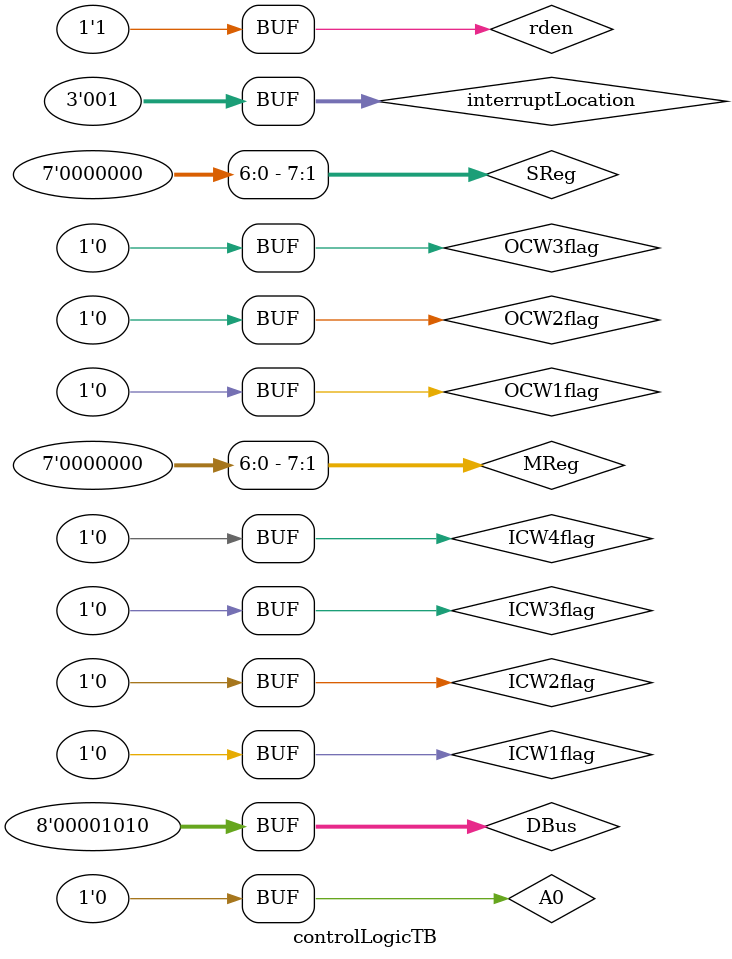
<source format=v>
module controlLogic (
input A0,
input rden,
input ICW1flag,
input ICW2flag,
input ICW3flag,
input ICW4flag,
input OCW1flag,
input OCW2flag,
input OCW3flag,
input [7:0] DBus,
output reg LTIM,
output reg SNGL,
output reg IC4,
output reg [7:0] SReg,
output reg SFNM,
output reg BUF,
output reg MS,
output reg AEOI,
output reg [7:0] MReg,
output reg R,
output reg SL,
output reg EOI,
output reg readIRR,
output reg readISR,
output reg readIMR
);


	reg P, RR, RIS;


	always @(ICW1flag, ICW2flag, ICW3flag, ICW4flag, OCW1flag, OCW2flag, OCW3flag) begin

		if(ICW1flag) begin
				LTIM <= DBus[3];
				SNGL <= DBus[1];
				IC4 <= DBus[0];
			end

			else if(ICW2flag) begin
				if (IC4 == 0) begin
					SFNM <= 1'b0;
					AEOI <= 1'b0;
				end
			end

			else if(ICW3flag)
				SReg <= DBus[7:0];

			else if(ICW4flag) begin
				SFNM <= DBus[4];
				BUF <= DBus[3];
				MS <= DBus[2];
				AEOI <= DBus[1];
			end

			else if(OCW1flag)
				MReg <= DBus[7:0];

			else if(OCW2flag) begin
				R <= DBus[7];
				SL <= DBus[6];
				EOI <= DBus[5];
			end

			else if(OCW3flag) begin
				P <= DBus[2];
				RR <= DBus[1];
				RIS <= DBus[0];
			end

	end

	always @(rden, A0) begin

		readIRR <= ((~P) && RR && (~RIS) && rden && (~A0));
		readISR <= ((~P) && RR && RIS && rden && (~A0));
		readIMR <= (A0 && rden);

	end


endmodule



module controlLogicTB ();


	reg ICW1flag, ICW2flag, ICW3flag, ICW4flag, OCW1flag, OCW2flag, OCW3flag;
	reg rden, A0;
	reg [7:0] DBus;
	reg [2:0] interruptLocation;

	wire LTIM, SNGL, IC4, SFNM, BUF, MS, AEOI, R, SL, EOI, readIRR, readISR, readIMR;
	wire [7:0] SReg;
	wire [7:0] MReg;


	initial begin


		// Testing ICW1
		A0 = 1'b0;
		rden = 1'b0;
		DBus = 8'b00011101;
		ICW1flag = 1'b1;
		#50; //0->50

		// Testing ICW2
		A0 = 1'b1;
		DBus = 8'b11001010;
		ICW1flag = 1'b0;
		ICW2flag = 1'b1;
		interruptLocation = 3'b101;
		#50; //50->100

		// Testing ICW3
		DBus = 8'b00011110;
		ICW2flag = 1'b0;
		ICW3flag = 1'b1;
		#50; //100->150

		// Testing ICW4
		DBus = 8'b00010010;
		ICW3flag = 1'b0;
		ICW4flag = 1'b1;
		#50; //150->200

		// Testing OCW1
		DBus = 8'b01101010;
		ICW4flag = 1'b0;
		OCW1flag = 1'b1;
		#50; //200->250

		// Testing OCW2
		A0 = 1'b0;
		DBus = 8'b11000100;
		OCW1flag = 1'b0;
		OCW2flag = 1'b1;
		#50; //250->300

		// Testing OCW3
		DBus = 8'b00001011;
		OCW2flag = 1'b0;
		OCW3flag = 1'b1;
		#50; //300->350

		// Reading ISR (P=0, RR=1, RIS=1)
		OCW3flag = 1'b0;
		rden = 1'b1;
		#50; //350->400

		// Writing another OCW3
		rden = 1'b0;
		DBus = 8'b00001010;
		OCW3flag = 1'b1;
		#50; //400->450

		// Reading IRR (P=0, RR=1, RIS=0)
		OCW3flag = 1'b0;
		rden = 1'b1;
		#50; //450->500

		// Reading IMR
		A0 = 1'b1;
		#50; //500->550

		// Stop Reading
		rden = 1'b0;
		#50; //550->600

		// Reading IRR again (Remembering the last OCW3)
		rden = 1'b1;
		A0 = 1'b0;
		#50; //600->650


	end

	controlLogic CLInstance (
	A0,
	rden,
	ICW1flag,
	ICW2flag,
	ICW3flag,
	ICW4flag,
	OCW1flag,
	OCW2flag,
	OCW3flag,
	DBus,
	interruptLocation,
	LTIM,
	SNGL,
	IC4,
	SReg,
	SFNM,
	BUF,
	MS,
	AEOI,
	MReg,
	R,
	SL,
	EOI,
	readIRR,
	readISR,
	readIMR
	);


endmodule
</source>
